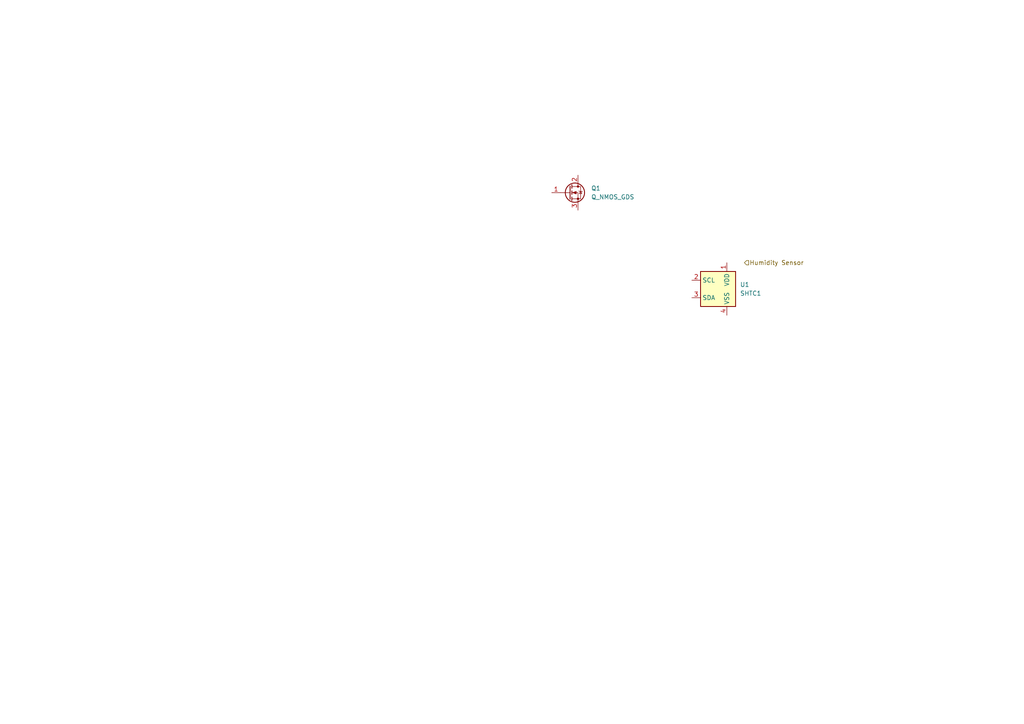
<source format=kicad_sch>
(kicad_sch (version 20230121) (generator eeschema)

  (uuid 630f7ca1-9126-4a8d-90c5-3aaba1d78e06)

  (paper "A4")

  (lib_symbols
    (symbol "Device:Q_NMOS_GDS" (pin_names (offset 0) hide) (in_bom yes) (on_board yes)
      (property "Reference" "Q" (at 5.08 1.27 0)
        (effects (font (size 1.27 1.27)) (justify left))
      )
      (property "Value" "Q_NMOS_GDS" (at 5.08 -1.27 0)
        (effects (font (size 1.27 1.27)) (justify left))
      )
      (property "Footprint" "" (at 5.08 2.54 0)
        (effects (font (size 1.27 1.27)) hide)
      )
      (property "Datasheet" "~" (at 0 0 0)
        (effects (font (size 1.27 1.27)) hide)
      )
      (property "ki_keywords" "transistor NMOS N-MOS N-MOSFET" (at 0 0 0)
        (effects (font (size 1.27 1.27)) hide)
      )
      (property "ki_description" "N-MOSFET transistor, gate/drain/source" (at 0 0 0)
        (effects (font (size 1.27 1.27)) hide)
      )
      (symbol "Q_NMOS_GDS_0_1"
        (polyline
          (pts
            (xy 0.254 0)
            (xy -2.54 0)
          )
          (stroke (width 0) (type default))
          (fill (type none))
        )
        (polyline
          (pts
            (xy 0.254 1.905)
            (xy 0.254 -1.905)
          )
          (stroke (width 0.254) (type default))
          (fill (type none))
        )
        (polyline
          (pts
            (xy 0.762 -1.27)
            (xy 0.762 -2.286)
          )
          (stroke (width 0.254) (type default))
          (fill (type none))
        )
        (polyline
          (pts
            (xy 0.762 0.508)
            (xy 0.762 -0.508)
          )
          (stroke (width 0.254) (type default))
          (fill (type none))
        )
        (polyline
          (pts
            (xy 0.762 2.286)
            (xy 0.762 1.27)
          )
          (stroke (width 0.254) (type default))
          (fill (type none))
        )
        (polyline
          (pts
            (xy 2.54 2.54)
            (xy 2.54 1.778)
          )
          (stroke (width 0) (type default))
          (fill (type none))
        )
        (polyline
          (pts
            (xy 2.54 -2.54)
            (xy 2.54 0)
            (xy 0.762 0)
          )
          (stroke (width 0) (type default))
          (fill (type none))
        )
        (polyline
          (pts
            (xy 0.762 -1.778)
            (xy 3.302 -1.778)
            (xy 3.302 1.778)
            (xy 0.762 1.778)
          )
          (stroke (width 0) (type default))
          (fill (type none))
        )
        (polyline
          (pts
            (xy 1.016 0)
            (xy 2.032 0.381)
            (xy 2.032 -0.381)
            (xy 1.016 0)
          )
          (stroke (width 0) (type default))
          (fill (type outline))
        )
        (polyline
          (pts
            (xy 2.794 0.508)
            (xy 2.921 0.381)
            (xy 3.683 0.381)
            (xy 3.81 0.254)
          )
          (stroke (width 0) (type default))
          (fill (type none))
        )
        (polyline
          (pts
            (xy 3.302 0.381)
            (xy 2.921 -0.254)
            (xy 3.683 -0.254)
            (xy 3.302 0.381)
          )
          (stroke (width 0) (type default))
          (fill (type none))
        )
        (circle (center 1.651 0) (radius 2.794)
          (stroke (width 0.254) (type default))
          (fill (type none))
        )
        (circle (center 2.54 -1.778) (radius 0.254)
          (stroke (width 0) (type default))
          (fill (type outline))
        )
        (circle (center 2.54 1.778) (radius 0.254)
          (stroke (width 0) (type default))
          (fill (type outline))
        )
      )
      (symbol "Q_NMOS_GDS_1_1"
        (pin input line (at -5.08 0 0) (length 2.54)
          (name "G" (effects (font (size 1.27 1.27))))
          (number "1" (effects (font (size 1.27 1.27))))
        )
        (pin passive line (at 2.54 5.08 270) (length 2.54)
          (name "D" (effects (font (size 1.27 1.27))))
          (number "2" (effects (font (size 1.27 1.27))))
        )
        (pin passive line (at 2.54 -5.08 90) (length 2.54)
          (name "S" (effects (font (size 1.27 1.27))))
          (number "3" (effects (font (size 1.27 1.27))))
        )
      )
    )
    (symbol "Sensor_Humidity:SHTC1" (in_bom yes) (on_board yes)
      (property "Reference" "U" (at -3.81 6.35 0)
        (effects (font (size 1.27 1.27)))
      )
      (property "Value" "SHTC1" (at -2.54 -6.35 0)
        (effects (font (size 1.27 1.27)))
      )
      (property "Footprint" "Sensor_Humidity:Sensirion_DFN-4-1EP_2x2mm_P1mm_EP0.7x1.6mm" (at 5.08 -8.89 0)
        (effects (font (size 1.27 1.27)) hide)
      )
      (property "Datasheet" "https://www.sensirion.com/fileadmin/user_upload/customers/sensirion/Dokumente/0_Datasheets/Humidity/Sensirion_Humidity_Sensors_SHTC1_Datasheet.pdf" (at -7.62 11.43 0)
        (effects (font (size 1.27 1.27)) hide)
      )
      (property "ki_keywords" "Sensirion environment environmental measurement digital" (at 0 0 0)
        (effects (font (size 1.27 1.27)) hide)
      )
      (property "ki_description" "Humidity and Temperature Sensor, +/-3%RH, +/-0.3degC, I2C, 1.62-1.98V, DFN-4" (at 0 0 0)
        (effects (font (size 1.27 1.27)) hide)
      )
      (property "ki_fp_filters" "Sensirion*DFN*1EP*2x2mm*P1mm*EP0.7x1.6mm*" (at 0 0 0)
        (effects (font (size 1.27 1.27)) hide)
      )
      (symbol "SHTC1_1_1"
        (rectangle (start -5.08 5.08) (end 5.08 -5.08)
          (stroke (width 0.254) (type default))
          (fill (type background))
        )
        (pin power_in line (at 2.54 7.62 270) (length 2.54)
          (name "VDD" (effects (font (size 1.27 1.27))))
          (number "1" (effects (font (size 1.27 1.27))))
        )
        (pin input line (at -7.62 2.54 0) (length 2.54)
          (name "SCL" (effects (font (size 1.27 1.27))))
          (number "2" (effects (font (size 1.27 1.27))))
        )
        (pin bidirectional line (at -7.62 -2.54 0) (length 2.54)
          (name "SDA" (effects (font (size 1.27 1.27))))
          (number "3" (effects (font (size 1.27 1.27))))
        )
        (pin power_in line (at 2.54 -7.62 90) (length 2.54)
          (name "VSS" (effects (font (size 1.27 1.27))))
          (number "4" (effects (font (size 1.27 1.27))))
        )
        (pin no_connect line (at 5.08 0 180) (length 2.54) hide
          (name "NC" (effects (font (size 1.27 1.27))))
          (number "5" (effects (font (size 1.27 1.27))))
        )
      )
    )
  )


  (hierarchical_label "Humidity Sensor" (shape input) (at 215.9 76.2 0) (fields_autoplaced)
    (effects (font (size 1.27 1.27)) (justify left))
    (uuid 91916b69-811f-4da2-8da6-4417b60f6b0e)
  )

  (symbol (lib_id "Sensor_Humidity:SHTC1") (at 208.28 83.82 0) (unit 1)
    (in_bom yes) (on_board yes) (dnp no) (fields_autoplaced)
    (uuid 74b64cc7-d356-4d8f-8872-517828c60433)
    (property "Reference" "U1" (at 214.63 82.55 0)
      (effects (font (size 1.27 1.27)) (justify left))
    )
    (property "Value" "SHTC1" (at 214.63 85.09 0)
      (effects (font (size 1.27 1.27)) (justify left))
    )
    (property "Footprint" "Sensor_Humidity:Sensirion_DFN-4-1EP_2x2mm_P1mm_EP0.7x1.6mm" (at 213.36 92.71 0)
      (effects (font (size 1.27 1.27)) hide)
    )
    (property "Datasheet" "https://www.sensirion.com/fileadmin/user_upload/customers/sensirion/Dokumente/0_Datasheets/Humidity/Sensirion_Humidity_Sensors_SHTC1_Datasheet.pdf" (at 200.66 72.39 0)
      (effects (font (size 1.27 1.27)) hide)
    )
    (pin "1" (uuid 12cd3b2f-13ff-4ac5-aee3-96ca02cde72e))
    (pin "2" (uuid 49e45200-e2a8-4353-a37f-d986eebd499c))
    (pin "4" (uuid 356b0f1d-5a9f-4949-aeec-56e0497cc781))
    (pin "3" (uuid 55ef341a-ce63-4230-81e1-52ea7bb56529))
    (pin "5" (uuid d4437514-3ee7-4f3b-8aaa-0cfb43152835))
    (instances
      (project "Greenhouse"
        (path "/630f7ca1-9126-4a8d-90c5-3aaba1d78e06"
          (reference "U1") (unit 1)
        )
      )
    )
  )

  (symbol (lib_id "Device:Q_NMOS_GDS") (at 165.1 55.88 0) (unit 1)
    (in_bom yes) (on_board yes) (dnp no) (fields_autoplaced)
    (uuid bb44175e-b5b4-4dd1-a444-f8d45f0651e1)
    (property "Reference" "Q1" (at 171.45 54.61 0)
      (effects (font (size 1.27 1.27)) (justify left))
    )
    (property "Value" "Q_NMOS_GDS" (at 171.45 57.15 0)
      (effects (font (size 1.27 1.27)) (justify left))
    )
    (property "Footprint" "" (at 170.18 53.34 0)
      (effects (font (size 1.27 1.27)) hide)
    )
    (property "Datasheet" "~" (at 165.1 55.88 0)
      (effects (font (size 1.27 1.27)) hide)
    )
    (pin "1" (uuid e4c48ed8-5e67-4cc7-9a13-4208f4864aff))
    (pin "3" (uuid 2bf134ba-7cd5-4d55-9465-ce45c5a16196))
    (pin "2" (uuid 72c79c59-4e55-4679-b10a-a119d68252e4))
    (instances
      (project "Greenhouse"
        (path "/630f7ca1-9126-4a8d-90c5-3aaba1d78e06"
          (reference "Q1") (unit 1)
        )
      )
    )
  )

  (sheet_instances
    (path "/" (page "1"))
  )
)

</source>
